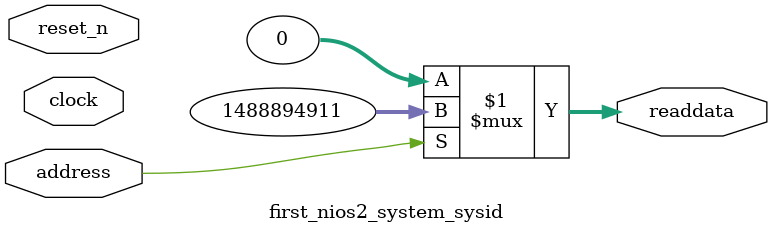
<source format=v>

`timescale 1ns / 1ps
// synthesis translate_on

// turn off superfluous verilog processor warnings 
// altera message_level Level1 
// altera message_off 10034 10035 10036 10037 10230 10240 10030 

module first_nios2_system_sysid (
               // inputs:
                address,
                clock,
                reset_n,

               // outputs:
                readdata
             )
;

  output  [ 31: 0] readdata;
  input            address;
  input            clock;
  input            reset_n;

  wire    [ 31: 0] readdata;
  //control_slave, which is an e_avalon_slave
  assign readdata = address ? 1488894911 : 0;

endmodule




</source>
